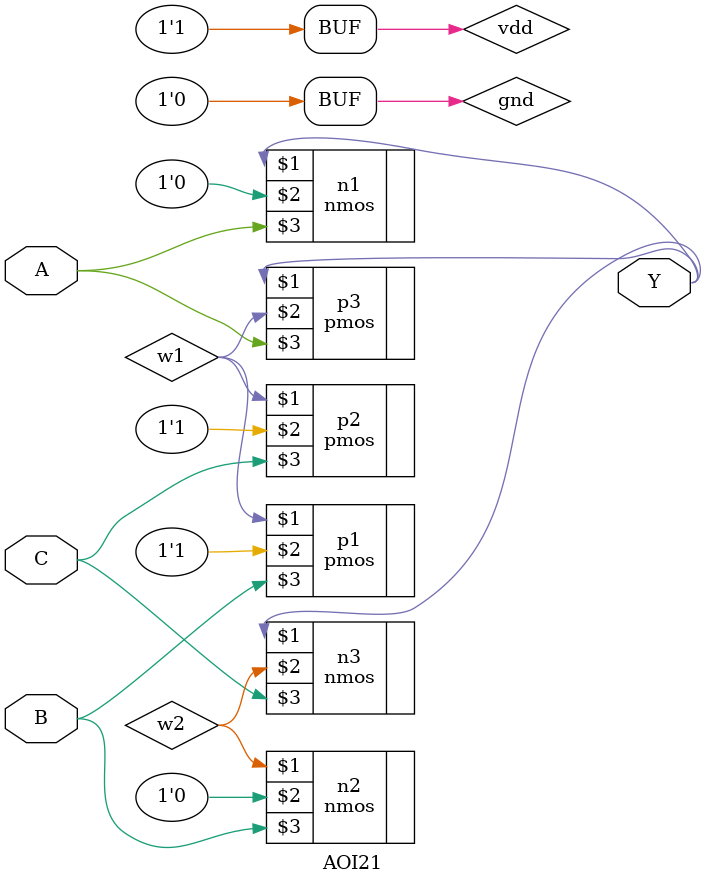
<source format=sv>
module AOI21 (
    output      wire Y,
    input       wire A,
    input       wire B,
    input       wire C
);
    wire w1, w2;
    supply0 gnd;
    supply1 vdd;

    // pmos modulename(Drain, Source, Gate) where source is upside (conventionally vdd)
    // nmos modulename(Drain, Source, Gate) where source is downside (conventionally gnd)

    pmos    p1(w1, vdd, B);
    pmos    p2(w1, vdd, C);
    pmos    p3(Y, w1, A);

    nmos    n1(Y, gnd, A);
    nmos    n2(w2, gnd, B);
    nmos    n3(Y, w2, C);

endmodule

</source>
